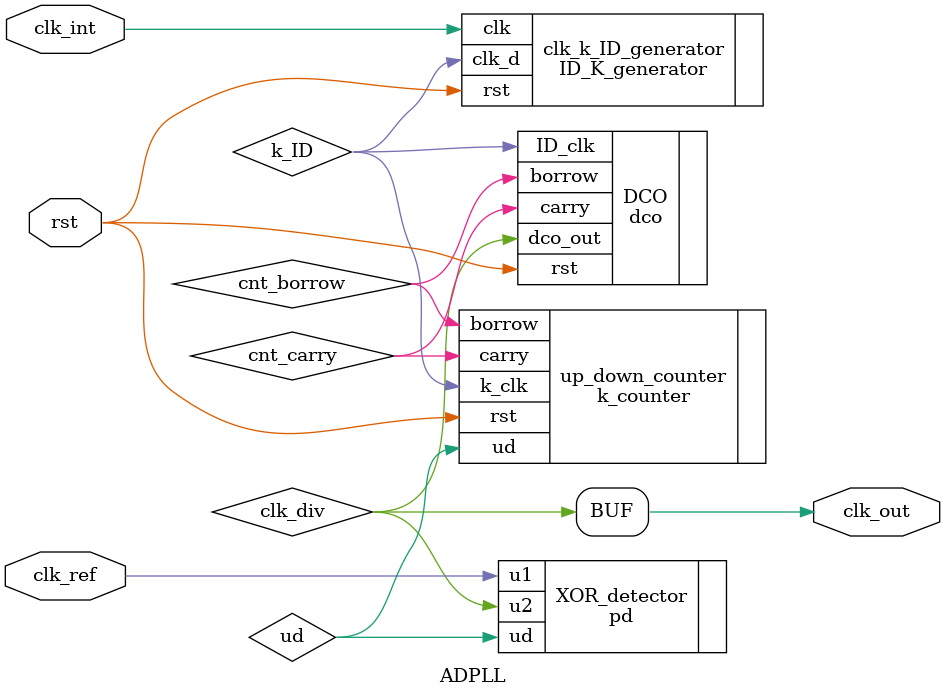
<source format=v>
module ADPLL(
    input clk_ref, clk_int, rst,
    output clk_out
);
    wire k_ID;

    ID_K_generator clk_k_ID_generator(
        .clk(clk_int),
        .rst(rst),
        .clk_d(k_ID)
    );

    wire clk_div;
    wire ud;

    pd XOR_detector(
        .u1(clk_ref),
        .u2(clk_div),
        .ud(ud)
    );

    wire cnt_carry;
    wire cnt_borrow;

    k_counter up_down_counter(
        .k_clk(k_ID),
        .ud(ud),
        .rst(rst),
        .carry(cnt_carry),
        .borrow(cnt_borrow)
    );

    dco DCO(
        .carry(cnt_carry),
        .borrow(cnt_borrow),
        .ID_clk(k_ID),
        .rst(rst),
        .dco_out(clk_div)
    );

    assign clk_out=clk_div;

endmodule
</source>
